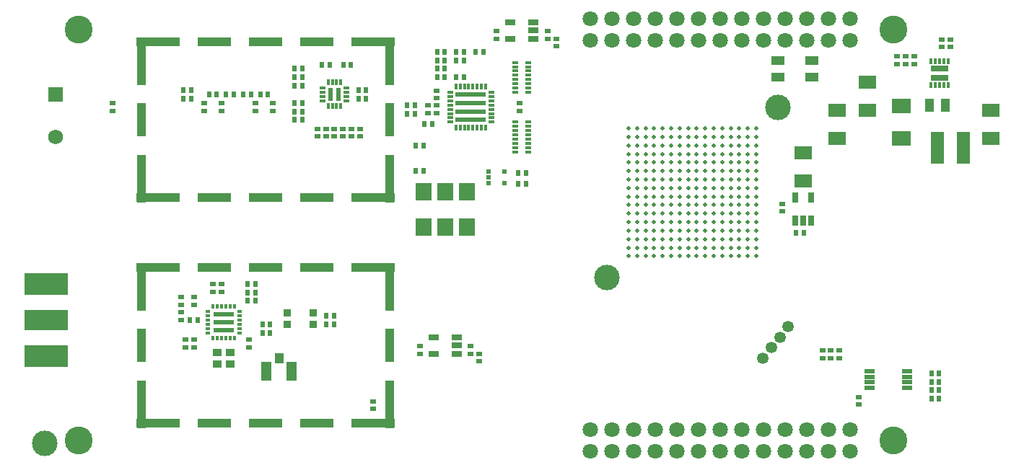
<source format=gts>
G04 (created by PCBNEW (2013-mar-25)-stable) date Thursday, May 07, 2015 03:34:48 PM*
%MOIN*%
G04 Gerber Fmt 3.4, Leading zero omitted, Abs format*
%FSLAX34Y34*%
G01*
G70*
G90*
G04 APERTURE LIST*
%ADD10C,0.006*%
%ADD11R,0.0688976X0.0688976*%
%ADD12C,0.0688976*%
%ADD13R,0.0629921X0.145669*%
%ADD14R,0.0433071X0.0452756*%
%ADD15R,0.0452756X0.0905512*%
%ADD16R,0.0346457X0.038189*%
%ADD17R,0.0448819X0.0346457*%
%ADD18R,0.0314961X0.015748*%
%ADD19C,0.11811*%
%ADD20R,0.0748031X0.0826772*%
%ADD21R,0.0314961X0.0137795*%
%ADD22R,0.0137795X0.0314961*%
%ADD23R,0.139764X0.0226378*%
%ADD24R,0.139764X0.023622*%
%ADD25R,0.0275591X0.0452756*%
%ADD26R,0.0452756X0.0275591*%
%ADD27C,0.019685*%
%ADD28R,0.0137795X0.0275591*%
%ADD29R,0.0826772X0.0255906*%
%ADD30R,0.023622X0.0137795*%
%ADD31R,0.0137795X0.023622*%
%ADD32R,0.0944882X0.023622*%
%ADD33R,0.0944882X0.019685*%
%ADD34R,0.0226378X0.0610236*%
%ADD35C,0.0708661*%
%ADD36C,0.128937*%
%ADD37R,0.038937X0.058937*%
%ADD38R,0.019685X0.0275591*%
%ADD39R,0.0275591X0.019685*%
%ADD40R,0.0826772X0.0629921*%
%ADD41R,0.0492126X0.0216535*%
%ADD42R,0.023622X0.019685*%
%ADD43R,0.0905512X0.0708661*%
%ADD44R,0.203937X0.0940945*%
%ADD45R,0.203937X0.0990157*%
%ADD46R,0.058937X0.038937*%
%ADD47R,0.2X0.0433071*%
%ADD48R,0.0433071X0.222441*%
%ADD49R,0.153543X0.0433071*%
%ADD50R,0.0433071X0.153543*%
%ADD51C,0.0531496*%
G04 APERTURE END LIST*
G54D10*
G54D11*
X31594Y-32874D03*
G54D12*
X31594Y-34842D03*
G54D13*
X72332Y-35334D03*
X73533Y-35334D03*
G54D14*
X41929Y-45068D03*
G54D15*
X42509Y-45669D03*
X41348Y-45669D03*
G54D16*
X43509Y-42970D03*
X42316Y-42970D03*
X42316Y-43505D03*
X43509Y-43505D03*
G54D17*
X39064Y-45332D03*
X39675Y-45332D03*
X39675Y-44824D03*
X39064Y-44824D03*
G54D18*
X52854Y-34153D03*
X53444Y-34153D03*
X52854Y-34350D03*
X53444Y-34350D03*
X52854Y-34547D03*
X53444Y-34547D03*
X52854Y-34744D03*
X53444Y-34744D03*
X52854Y-34940D03*
X53444Y-34940D03*
X52854Y-35137D03*
X53444Y-35137D03*
X52854Y-35334D03*
X53444Y-35334D03*
X52854Y-35531D03*
X53444Y-35531D03*
X52854Y-31397D03*
X53444Y-31397D03*
X52854Y-31594D03*
X53444Y-31594D03*
X52854Y-31791D03*
X53444Y-31791D03*
X52854Y-31988D03*
X53444Y-31988D03*
X52854Y-32185D03*
X53444Y-32185D03*
X52854Y-32381D03*
X53444Y-32381D03*
X52854Y-32578D03*
X53444Y-32578D03*
X52854Y-32775D03*
X53444Y-32775D03*
G54D19*
X64960Y-33464D03*
X57086Y-41338D03*
G54D20*
X48606Y-39015D03*
X49606Y-39015D03*
X50606Y-39015D03*
X50606Y-37362D03*
X49606Y-37362D03*
X48606Y-37362D03*
G54D21*
X49842Y-32775D03*
X49842Y-32972D03*
X49842Y-33169D03*
X49842Y-33366D03*
X49842Y-33562D03*
X49842Y-33759D03*
X49842Y-33956D03*
X49842Y-34153D03*
G54D22*
X50098Y-34409D03*
X50295Y-34409D03*
X50492Y-34409D03*
X50688Y-34409D03*
X50885Y-34409D03*
X51082Y-34409D03*
X51279Y-34409D03*
X51476Y-34409D03*
G54D21*
X51732Y-34153D03*
X51732Y-33956D03*
X51732Y-33759D03*
X51732Y-33562D03*
X51732Y-33366D03*
X51732Y-33169D03*
X51732Y-32972D03*
X51732Y-32775D03*
G54D22*
X51476Y-32519D03*
X51279Y-32519D03*
X51082Y-32519D03*
X50885Y-32519D03*
X50688Y-32519D03*
X50492Y-32519D03*
X50295Y-32519D03*
X50098Y-32519D03*
G54D23*
X50787Y-34050D03*
G54D24*
X50787Y-33661D03*
X50787Y-33267D03*
G54D23*
X50787Y-32878D03*
G54D25*
X65767Y-38720D03*
X66141Y-38720D03*
X66515Y-38720D03*
X66515Y-37657D03*
X65767Y-37657D03*
G54D26*
X50137Y-44862D03*
X50137Y-44488D03*
X50137Y-44114D03*
X49074Y-44114D03*
X49074Y-44862D03*
X53681Y-30295D03*
X53681Y-29921D03*
X53681Y-29547D03*
X52618Y-29547D03*
X52618Y-30295D03*
G54D27*
X58070Y-40354D03*
X58070Y-39960D03*
X58070Y-39566D03*
X58070Y-39173D03*
X58070Y-38779D03*
X58070Y-38385D03*
X58070Y-37992D03*
X58070Y-37598D03*
X58070Y-37204D03*
X58070Y-36811D03*
X58070Y-36417D03*
X58070Y-36023D03*
X58070Y-35629D03*
X58070Y-35236D03*
X58070Y-34842D03*
X58070Y-34448D03*
X58464Y-40354D03*
X58464Y-39960D03*
X58464Y-39566D03*
X58464Y-39173D03*
X58464Y-38779D03*
X58464Y-38385D03*
X58464Y-37992D03*
X58464Y-37598D03*
X58464Y-37204D03*
X58464Y-36811D03*
X58464Y-36417D03*
X58464Y-36023D03*
X58464Y-35629D03*
X58464Y-35236D03*
X58464Y-34842D03*
X58464Y-34448D03*
X58858Y-40354D03*
X58858Y-39960D03*
X58858Y-39566D03*
X58858Y-39173D03*
X58858Y-38779D03*
X58858Y-38385D03*
X58858Y-37992D03*
X58858Y-37598D03*
X58858Y-37204D03*
X58858Y-36811D03*
X58858Y-36417D03*
X58858Y-36023D03*
X58858Y-35629D03*
X58858Y-35236D03*
X58858Y-34842D03*
X58858Y-34448D03*
X59251Y-40354D03*
X59251Y-39960D03*
X59251Y-39566D03*
X59251Y-39173D03*
X59251Y-38779D03*
X59251Y-38385D03*
X59251Y-37992D03*
X59251Y-37598D03*
X59251Y-37204D03*
X59251Y-36811D03*
X59251Y-36417D03*
X59251Y-36023D03*
X59251Y-35629D03*
X59251Y-35236D03*
X59251Y-34842D03*
X59251Y-34448D03*
X59645Y-40354D03*
X59645Y-39960D03*
X59645Y-39566D03*
X59645Y-39173D03*
X59645Y-38779D03*
X59645Y-38385D03*
X59645Y-37992D03*
X59645Y-37598D03*
X59645Y-37204D03*
X59645Y-36811D03*
X59645Y-36417D03*
X59645Y-36023D03*
X59645Y-35629D03*
X59645Y-35236D03*
X59645Y-34842D03*
X59645Y-34448D03*
X60039Y-40354D03*
X60039Y-39960D03*
X60039Y-39566D03*
X60039Y-39173D03*
X60039Y-38779D03*
X60039Y-38385D03*
X60039Y-37992D03*
X60039Y-37598D03*
X60039Y-37204D03*
X60039Y-36811D03*
X60039Y-36417D03*
X60039Y-36023D03*
X60039Y-35629D03*
X60039Y-35236D03*
X60039Y-34842D03*
X60039Y-34448D03*
X60433Y-40354D03*
X60433Y-39960D03*
X60433Y-39566D03*
X60433Y-39173D03*
X60433Y-38779D03*
X60433Y-38385D03*
X60433Y-37992D03*
X60433Y-37598D03*
X60433Y-37204D03*
X60433Y-36811D03*
X60433Y-36417D03*
X60433Y-36023D03*
X60433Y-35629D03*
X60433Y-35236D03*
X60433Y-34842D03*
X60433Y-34448D03*
X60826Y-40354D03*
X60826Y-39960D03*
X60826Y-39566D03*
X60826Y-39173D03*
X60826Y-38779D03*
X60826Y-38385D03*
X60826Y-37992D03*
X60826Y-37598D03*
X60826Y-37204D03*
X60826Y-36811D03*
X60826Y-36417D03*
X60826Y-36023D03*
X60826Y-35629D03*
X60826Y-35236D03*
X60826Y-34842D03*
X60826Y-34448D03*
X61220Y-40354D03*
X61220Y-39960D03*
X61220Y-39566D03*
X61220Y-39173D03*
X61220Y-38779D03*
X61220Y-38385D03*
X61220Y-37992D03*
X61220Y-37598D03*
X61220Y-37204D03*
X61220Y-36811D03*
X61220Y-36417D03*
X61220Y-36023D03*
X61220Y-35629D03*
X61220Y-35236D03*
X61220Y-34842D03*
X61220Y-34448D03*
X61614Y-40354D03*
X61614Y-39960D03*
X61614Y-39566D03*
X61614Y-39173D03*
X61614Y-38779D03*
X61614Y-38385D03*
X61614Y-37992D03*
X61614Y-37598D03*
X61614Y-37204D03*
X61614Y-36811D03*
X61614Y-36417D03*
X61614Y-36023D03*
X61614Y-35629D03*
X61614Y-35236D03*
X61614Y-34842D03*
X61614Y-34448D03*
X62007Y-40354D03*
X62007Y-39960D03*
X62007Y-39566D03*
X62007Y-39173D03*
X62007Y-38779D03*
X62007Y-38385D03*
X62007Y-37992D03*
X62007Y-37598D03*
X62007Y-37204D03*
X62007Y-36811D03*
X62007Y-36417D03*
X62007Y-36023D03*
X62007Y-35629D03*
X62007Y-35236D03*
X62007Y-34842D03*
X62007Y-34448D03*
X62401Y-40354D03*
X62401Y-39960D03*
X62401Y-39566D03*
X62401Y-39173D03*
X62401Y-38779D03*
X62401Y-38385D03*
X62401Y-37992D03*
X62401Y-37598D03*
X62401Y-37204D03*
X62401Y-36811D03*
X62401Y-36417D03*
X62401Y-36023D03*
X62401Y-35629D03*
X62401Y-35236D03*
X62401Y-34842D03*
X62401Y-34448D03*
X62795Y-40354D03*
X62795Y-39960D03*
X62795Y-39566D03*
X62795Y-39173D03*
X62795Y-38779D03*
X62795Y-38385D03*
X62795Y-37992D03*
X62795Y-37598D03*
X62795Y-37204D03*
X62795Y-36811D03*
X62795Y-36417D03*
X62795Y-36023D03*
X62795Y-35629D03*
X62795Y-35236D03*
X62795Y-34842D03*
X62795Y-34448D03*
X63188Y-40354D03*
X63188Y-39960D03*
X63188Y-39566D03*
X63188Y-39173D03*
X63188Y-38779D03*
X63188Y-38385D03*
X63188Y-37992D03*
X63188Y-37598D03*
X63188Y-37204D03*
X63188Y-36811D03*
X63188Y-36417D03*
X63188Y-36023D03*
X63188Y-35629D03*
X63188Y-35236D03*
X63188Y-34842D03*
X63188Y-34448D03*
X63582Y-40354D03*
X63582Y-39960D03*
X63582Y-39566D03*
X63582Y-39173D03*
X63582Y-38779D03*
X63582Y-38385D03*
X63582Y-37992D03*
X63582Y-37598D03*
X63582Y-37204D03*
X63582Y-36811D03*
X63582Y-36417D03*
X63582Y-36023D03*
X63582Y-35629D03*
X63582Y-35236D03*
X63582Y-34842D03*
X63582Y-34448D03*
X63976Y-40354D03*
X63976Y-39960D03*
X63976Y-39566D03*
X63976Y-39173D03*
X63976Y-38779D03*
X63976Y-38385D03*
X63976Y-37992D03*
X63976Y-37598D03*
X63976Y-37204D03*
X63976Y-36811D03*
X63976Y-36417D03*
X63976Y-36023D03*
X63976Y-35629D03*
X63976Y-35236D03*
X63976Y-34842D03*
X63976Y-34448D03*
G54D28*
X72047Y-31338D03*
X72244Y-31338D03*
X72440Y-31338D03*
X72637Y-31338D03*
X72834Y-31338D03*
X72637Y-32440D03*
X72834Y-32440D03*
X72440Y-32440D03*
X72244Y-32440D03*
X72047Y-32440D03*
G54D29*
X72440Y-31683D03*
X72440Y-32096D03*
G54D30*
X38641Y-42913D03*
X38641Y-43110D03*
X38641Y-43307D03*
X38641Y-43503D03*
X38641Y-43700D03*
X38641Y-43897D03*
G54D31*
X38877Y-44133D03*
X39074Y-44133D03*
X39271Y-44133D03*
X39468Y-44133D03*
X39665Y-44133D03*
X39862Y-44133D03*
G54D30*
X40098Y-43897D03*
X40098Y-43700D03*
X40098Y-43503D03*
X40098Y-43307D03*
X40098Y-43110D03*
X40098Y-42913D03*
G54D31*
X39862Y-42677D03*
X39665Y-42677D03*
X39468Y-42677D03*
X39271Y-42677D03*
X39074Y-42677D03*
X38877Y-42677D03*
G54D32*
X39370Y-43405D03*
G54D33*
X39370Y-43031D03*
X39370Y-43779D03*
G54D22*
X44192Y-33425D03*
X44389Y-33425D03*
X44586Y-33425D03*
X44783Y-33425D03*
G54D21*
X45039Y-33169D03*
X45039Y-32972D03*
X45039Y-32775D03*
X45039Y-32578D03*
G54D22*
X44783Y-32322D03*
X44586Y-32322D03*
X44389Y-32322D03*
X44192Y-32322D03*
G54D21*
X43937Y-32578D03*
X43937Y-32775D03*
X43937Y-32972D03*
X43937Y-33169D03*
G54D34*
X44296Y-32874D03*
X44680Y-32874D03*
G54D35*
X68305Y-48370D03*
X68305Y-49370D03*
X67305Y-48370D03*
X67305Y-49370D03*
X66305Y-48370D03*
X66305Y-49370D03*
X65305Y-48370D03*
X65305Y-49370D03*
X64305Y-48370D03*
X64305Y-49370D03*
X63305Y-48370D03*
X63305Y-49370D03*
X62305Y-48370D03*
X62305Y-49370D03*
X61305Y-48370D03*
X61305Y-49370D03*
X60305Y-48370D03*
X60305Y-49370D03*
X59305Y-48370D03*
X59305Y-49370D03*
X58305Y-48370D03*
X58305Y-49370D03*
X57305Y-48370D03*
X57305Y-49370D03*
X56305Y-48370D03*
X56305Y-49370D03*
X68305Y-29370D03*
X68305Y-30370D03*
X67305Y-29370D03*
X67305Y-30370D03*
X66305Y-29370D03*
X66305Y-30370D03*
X65305Y-29370D03*
X65305Y-30370D03*
X64305Y-29370D03*
X64305Y-30370D03*
X63305Y-29370D03*
X63305Y-30370D03*
X62305Y-29370D03*
X62305Y-30370D03*
X61305Y-29370D03*
X61305Y-30370D03*
X60305Y-29370D03*
X60305Y-30370D03*
X59305Y-29370D03*
X59305Y-30370D03*
X58305Y-29370D03*
X58305Y-30370D03*
X57305Y-29370D03*
X57305Y-30370D03*
X56305Y-29370D03*
X56305Y-30370D03*
G54D36*
X70305Y-29870D03*
X70305Y-48870D03*
X32677Y-29870D03*
X32677Y-48870D03*
G54D37*
X72722Y-33366D03*
X71962Y-33366D03*
G54D38*
X48602Y-36417D03*
X48248Y-36417D03*
X37814Y-43307D03*
X38169Y-43307D03*
G54D39*
X41633Y-33287D03*
X41633Y-33641D03*
X40846Y-33287D03*
X40846Y-33641D03*
X39271Y-33287D03*
X39271Y-33641D03*
X38484Y-33287D03*
X38484Y-33641D03*
X37401Y-42244D03*
X37401Y-42598D03*
X37598Y-44212D03*
X37598Y-44566D03*
X49212Y-32696D03*
X49212Y-33051D03*
G54D38*
X45590Y-32677D03*
X45944Y-32677D03*
X45590Y-33070D03*
X45944Y-33070D03*
G54D39*
X44488Y-34468D03*
X44488Y-34822D03*
X37401Y-43307D03*
X37401Y-42952D03*
G54D38*
X41062Y-32874D03*
X41417Y-32874D03*
X40275Y-32874D03*
X40629Y-32874D03*
X39488Y-32874D03*
X39842Y-32874D03*
X38700Y-32874D03*
X39055Y-32874D03*
X40472Y-42421D03*
X40826Y-42421D03*
X40472Y-42027D03*
X40826Y-42027D03*
X40472Y-41633D03*
X40826Y-41633D03*
X44114Y-43110D03*
X44468Y-43110D03*
G54D39*
X37992Y-44212D03*
X37992Y-44566D03*
X39271Y-41653D03*
X39271Y-42007D03*
X38877Y-41653D03*
X38877Y-42007D03*
X40551Y-44212D03*
X40551Y-44566D03*
X37992Y-42244D03*
X37992Y-42598D03*
G54D38*
X41161Y-43897D03*
X41515Y-43897D03*
X41161Y-43503D03*
X41515Y-43503D03*
G54D39*
X49212Y-33385D03*
X49212Y-33740D03*
G54D38*
X49232Y-32086D03*
X49586Y-32086D03*
X48641Y-34251D03*
X48996Y-34251D03*
G54D39*
X53051Y-33287D03*
X53051Y-33641D03*
G54D38*
X42637Y-33661D03*
X42992Y-33661D03*
X42637Y-32086D03*
X42992Y-32086D03*
X52972Y-36515D03*
X53326Y-36515D03*
G54D39*
X45669Y-34822D03*
X45669Y-34468D03*
X44094Y-34822D03*
X44094Y-34468D03*
X43700Y-34822D03*
X43700Y-34468D03*
G54D38*
X44271Y-31496D03*
X43917Y-31496D03*
X44901Y-31496D03*
X45255Y-31496D03*
G54D39*
X45275Y-34822D03*
X45275Y-34468D03*
G54D38*
X72421Y-46161D03*
X72066Y-46161D03*
X72421Y-46555D03*
X72066Y-46555D03*
G54D39*
X67421Y-44704D03*
X67421Y-45059D03*
X67814Y-44704D03*
X67814Y-45059D03*
X67027Y-44704D03*
X67027Y-45059D03*
G54D38*
X44114Y-43503D03*
X44468Y-43503D03*
G54D39*
X46259Y-47066D03*
X46259Y-47421D03*
G54D38*
X37519Y-33070D03*
X37874Y-33070D03*
X42637Y-33267D03*
X42992Y-33267D03*
X42637Y-32480D03*
X42992Y-32480D03*
X37519Y-32677D03*
X37874Y-32677D03*
G54D39*
X44881Y-34468D03*
X44881Y-34822D03*
X72933Y-30688D03*
X72933Y-30334D03*
G54D38*
X47854Y-33759D03*
X48208Y-33759D03*
X47854Y-33366D03*
X48208Y-33366D03*
G54D39*
X48818Y-33385D03*
X48818Y-33740D03*
G54D38*
X48602Y-35236D03*
X48248Y-35236D03*
X52972Y-37007D03*
X53326Y-37007D03*
G54D39*
X65157Y-37933D03*
X65157Y-38287D03*
G54D38*
X65807Y-39271D03*
X66161Y-39271D03*
X42637Y-31692D03*
X42992Y-31692D03*
X42992Y-34055D03*
X42637Y-34055D03*
G54D39*
X72539Y-30334D03*
X72539Y-30688D03*
X70866Y-31476D03*
X70866Y-31122D03*
X68700Y-47224D03*
X68700Y-46870D03*
X71259Y-31122D03*
X71259Y-31476D03*
X51968Y-30295D03*
X51968Y-29940D03*
X54330Y-30295D03*
X54330Y-29940D03*
X48425Y-44862D03*
X48425Y-44507D03*
X50787Y-44862D03*
X50787Y-44507D03*
G54D38*
X49586Y-31692D03*
X49232Y-31692D03*
X49586Y-31299D03*
X49232Y-31299D03*
G54D39*
X70472Y-31476D03*
X70472Y-31122D03*
G54D40*
X69094Y-32322D03*
X69094Y-33622D03*
X66141Y-36870D03*
X66141Y-35570D03*
X67716Y-34901D03*
X67716Y-33602D03*
X74803Y-34901D03*
X74803Y-33602D03*
G54D41*
X70935Y-46446D03*
X70935Y-46190D03*
X70935Y-45935D03*
X70935Y-45679D03*
X69222Y-45679D03*
X69222Y-45935D03*
X69222Y-46190D03*
X69222Y-46446D03*
G54D42*
X51594Y-36456D03*
X51594Y-36712D03*
X51594Y-36968D03*
X52342Y-36968D03*
X52342Y-36456D03*
G54D43*
X70669Y-34913D03*
X70669Y-33393D03*
G54D19*
X31102Y-49015D03*
G54D39*
X34251Y-33641D03*
X34251Y-33287D03*
G54D38*
X50118Y-31299D03*
X50472Y-31299D03*
X50118Y-32086D03*
X50472Y-32086D03*
X51358Y-30905D03*
X51003Y-30905D03*
X50472Y-30905D03*
X50118Y-30905D03*
X49586Y-30905D03*
X49232Y-30905D03*
X72066Y-45767D03*
X72421Y-45767D03*
X72066Y-46948D03*
X72421Y-46948D03*
G54D44*
X31185Y-43307D03*
G54D45*
X31185Y-44982D03*
X31185Y-41631D03*
G54D46*
X64960Y-31312D03*
X64960Y-32072D03*
X66535Y-32072D03*
X66535Y-31312D03*
G54D47*
X46263Y-37657D03*
G54D48*
X47047Y-36761D03*
G54D49*
X43669Y-37657D03*
X41307Y-37657D03*
X38944Y-37657D03*
G54D47*
X36350Y-37657D03*
G54D48*
X35566Y-36761D03*
G54D50*
X35566Y-34055D03*
G54D48*
X35566Y-31348D03*
G54D47*
X36350Y-30452D03*
G54D49*
X38944Y-30452D03*
X41307Y-30452D03*
G54D50*
X47047Y-34055D03*
G54D48*
X47047Y-31348D03*
G54D47*
X46263Y-30452D03*
G54D49*
X43669Y-30452D03*
G54D47*
X46263Y-48090D03*
G54D48*
X47047Y-47194D03*
G54D49*
X43669Y-48090D03*
X41307Y-48090D03*
X38944Y-48090D03*
G54D47*
X36350Y-48090D03*
G54D48*
X35566Y-47194D03*
G54D50*
X35566Y-44488D03*
G54D48*
X35566Y-41781D03*
G54D47*
X36350Y-40885D03*
G54D49*
X38944Y-40885D03*
X41307Y-40885D03*
G54D50*
X47047Y-44488D03*
G54D48*
X47047Y-41781D03*
G54D47*
X46263Y-40885D03*
G54D49*
X43669Y-40885D03*
G54D39*
X54724Y-30295D03*
X54724Y-30649D03*
X51181Y-44862D03*
X51181Y-45216D03*
G54D51*
X65059Y-44094D03*
X64271Y-45078D03*
X64665Y-44586D03*
X65452Y-43602D03*
M02*

</source>
